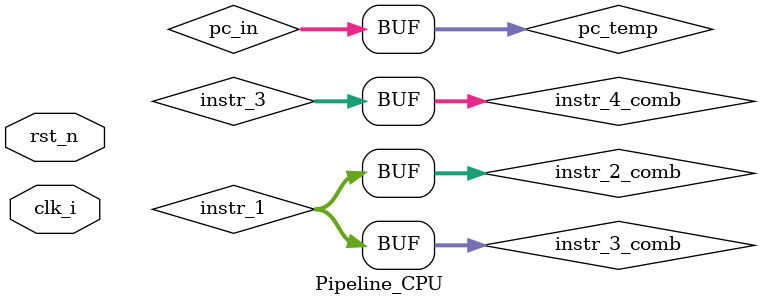
<source format=v>
`include "Program_Counter.v"
`include "Adder.v"
`include "Instr_Memory.v"
`include "Mux2to1.v"
`include "Mux3to1.v"
`include "Reg_File.v"
`include "Decoder.v"
`include "ALU_Ctrl.v"
`include "Sign_Extend.v"
`include "Zero_Filled.v"
`include "ALU.v"
`include "Shifter.v"
`include "Data_Memory.v"

module Pipeline_CPU (
    clk_i,
    rst_n
);

//I/O port
input clk_i;
input rst_n;

/*your code here*/
//Internal Signles
wire [32-1:0] pc_in;
wire [32-1:0] pc_out;
wire [32-1:0] pc_add;
wire [32-1:0] pc_branch;
wire [32-1:0] pc_no_jump;
wire [32-1:0] pc_temp;
reg [32-1:0] instr;
wire RegWrite;
wire [2-1:0] ALUOp;
wire ALUSrc;
wire RegDst;
wire Jump;
wire Branch;
wire BranchType;
wire JRsrc;
wire MemRead;
wire MemWrite;
wire MemtoReg;
wire [5-1:0] RegAddrTemp;
wire [5-1:0] RegAddr;
wire [32-1:0] WriteData;
wire [32-1:0] RSdata;
wire [32-1:0] RTdata;
wire [4-1:0] ALU_operation;
wire [2-1:0] FURslt;
wire sftVariable;
wire leftRight;
wire [32-1:0] extendData;
wire [32-1:0] zeroData;
wire [32-1:0] ALUsrcData;
wire [32-1:0] ALUresult;
wire zero;
wire overflow;
wire [5-1:0] shamt;
wire [32-1:0] sftResult;
wire [32-1:0] RegData;
wire [32-1:0] MemData;
wire [32-1:0] DataNoJal;


reg  [31:0] pc_out_1, pc_out_2, pc_out_3, pc_out_4, pc_out_5;
wire [31:0] pc_out_1_comb, pc_out_2_comb, pc_out_3_comb, pc_out_4_comb, pc_out_5_comb;


reg  [31:0] instr_1, instr_2, instr_3, instr_4, instr_5;
wire [31:0] instr_1_comb, instr_2_comb, instr_3_comb, instr_4_comb, instr_5_comb, instr_comb;




//modules
Program_Counter PC (
    .clk_i(clk_i),
    .rst_n(rst_n),
    .pc_in_i(pc_in),
    .pc_out_o(pc_out)
);


// pipeline reg
assign instr_2_comb = instr_1;
assign instr_3_comb = instr_1;
assign instr_4_comb = instr_3;
assign instr_comb   = instr_4;

always @(posedge clk_i, negedge rst_n) begin

    if(rst_n) begin
        instr_1 <= instr_1_comb;
        instr_2 <= instr_2_comb;
        instr_3 <= instr_3_comb;
        instr_4 <= instr_4_comb;
        instr   <= instr_comb;
    end else begin
        instr_1 <= 0;
        instr_2 <= 0;
        instr_3 <= 0;
        instr_4 <= 0;
        instr   <= 0;
    end

end


Adder Adder1 (
    .src1_i(pc_out),
    .src2_i(32'd4),
    .sum_o (pc_add)
);

Adder Adder2 (
    .src1_i(pc_add),
    .src2_i({extendData[29:0], 2'b00}),
    .sum_o (pc_branch)
);

Mux2to1 #(
    .size(32)
) Mux_branch (
    .data0_i (pc_add),
    .data1_i (pc_branch),
    .select_i(Branch & (~BranchType ^ zero)),
    .data_o  (pc_no_jump)
);

Mux2to1 #(
    .size(32)
) Mux_jump (
    .data0_i (pc_no_jump),
    .data1_i ({pc_add[31:28], instr[25:0], 2'b00}),
    .select_i(Jump),
    .data_o  (pc_temp)
);


assign pc_in = pc_temp;


Instr_Memory IM (
    .pc_addr_i(pc_out),
    .instr_o  (instr_1_comb)
);

Mux2to1 #(
    .size(5)
) Mux_RS_RT (
    .data0_i (instr[20:16]),
    .data1_i (instr[15:11]),
    .select_i(RegDst),
    .data_o  (RegAddrTemp)
);

Mux2to1 #(
    .size(5)
) Mux_Write_Reg (
    .data0_i (RegAddrTemp),
    .data1_i (5'd31),
    .select_i(Jump),
    .data_o  (RegAddr)
);

Reg_File RF (
    .clk_i(clk_i),
    .rst_n(rst_n),
    .RSaddr_i(instr[25:21]),
    .RTaddr_i(instr[20:16]),
    .RDaddr_i(RegAddr),
    .RDdata_i(WriteData),
    .RegWrite_i(RegWrite & (~JRsrc) & (instr != 32'd0)),
    .RSdata_o(RSdata),
    .RTdata_o(RTdata)
);

Decoder Decoder (
    .instr_op_i(instr[31:26]),
    .RegWrite_o(RegWrite),
    .ALUOp_o(ALUOp),
    .ALUSrc_o(ALUSrc),
    .RegDst_o(RegDst),
    .Jump_o(Jump),
    .Branch_o(Branch),
    .BranchType_o(BranchType),
    .MemRead_o(MemRead),
    .MemWrite_o(MemWrite),
    .MemtoReg_o(MemtoReg)
);

ALU_Ctrl AC (
    .funct_i(instr[5:0]),
    .ALUOp_i(ALUOp),
    .ALU_operation_o(ALU_operation),
    .FURslt_o(FURslt),
    .sftVariable_o(sftVariable),
    .leftRight_o(leftRight),
    .JRsrc_o(JRsrc)
);

Sign_Extend SE (
    .data_i(instr[15:0]),
    .data_o(extendData)
);

Zero_Filled ZF (
    .data_i(instr[15:0]),
    .data_o(zeroData)
);

Mux2to1 #(
    .size(32)
) ALU_src2Src (
    .data0_i (RTdata),
    .data1_i (extendData),
    .select_i(ALUSrc),
    .data_o  (ALUsrcData)
);

ALU ALU (
    .aluSrc1(RSdata),
    .aluSrc2(ALUsrcData),
    .ALU_operation_i(ALU_operation),
    .result(ALUresult),
    .zero(zero),
    .overflow(overflow)
);

Mux2to1 #(
    .size(5)
) Shamt_Src (
    .data0_i (instr[10:6]),
    .data1_i (RSdata[4:0]),
    .select_i(sftVariable),
    .data_o  (shamt)
);

Shifter shifter (
    .leftRight(leftRight),
    .shamt(shamt),
    .sftSrc(ALUsrcData),
    .result(sftResult)
);

Mux3to1 #(
    .size(32)
) RDdata_Source (
    .data0_i (ALUresult),
    .data1_i (sftResult),
    .data2_i (zeroData),
    .select_i(FURslt),
    .data_o  (RegData)
);

wire [31:0] DM_addr;
reg  [31:0] DM_out_comb;

assign DM_addr = (instr_4[31:26] == 6'b101000) ? (RF.Reg_File[instr_4[25:21]] + instr_4[15:0]) : RegData; 


Data_Memory DM (
    .clk_i(clk_i),
    .addr_i(DM_addr),
    .data_i(RF.Reg_File[instr_4[20:16]]),
    .MemRead_i(MemRead),
    .MemWrite_i(instr_4[31:26] == 6'b101000 & (instr != 0)),
    .data_o(MemData)
);

Mux2to1 #(
    .size(32)
) Mux_Read_Mem (
    .data0_i (RegData),
    .data1_i (MemData),
    .select_i(MemRead),
    .data_o  (DataNoJal)
);

Mux2to1 #(
    .size(32)
) Mux_Jal (
    .data0_i (DataNoJal),
    .data1_i (pc_add),
    .select_i(Jump),
    .data_o  (WriteData)
);

endmodule




</source>
